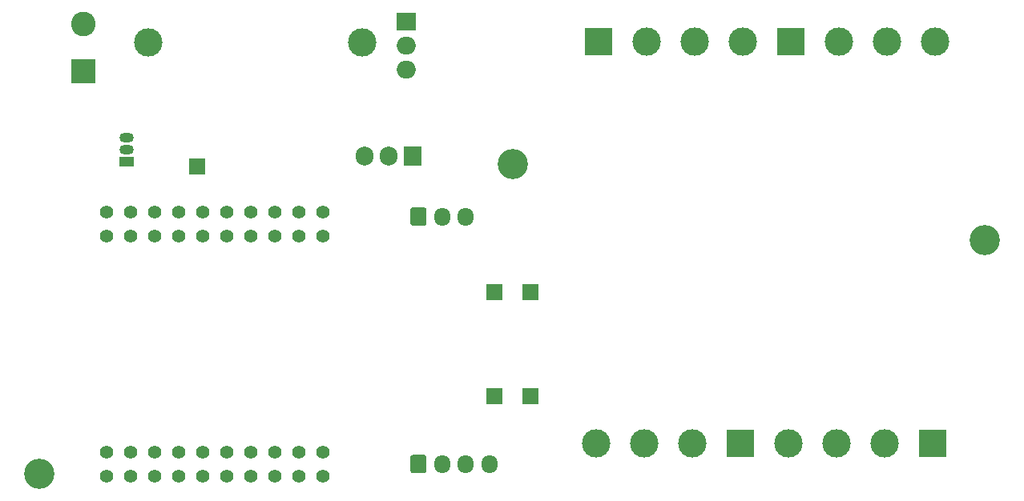
<source format=gbs>
G04 #@! TF.GenerationSoftware,KiCad,Pcbnew,5.1.11-e4df9d881f~92~ubuntu20.04.1*
G04 #@! TF.CreationDate,2021-11-03T00:14:50+01:00*
G04 #@! TF.ProjectId,CC dimmer low voltage,43432064-696d-46d6-9572-206c6f772076,0.97*
G04 #@! TF.SameCoordinates,Original*
G04 #@! TF.FileFunction,Soldermask,Bot*
G04 #@! TF.FilePolarity,Negative*
%FSLAX46Y46*%
G04 Gerber Fmt 4.6, Leading zero omitted, Abs format (unit mm)*
G04 Created by KiCad (PCBNEW 5.1.11-e4df9d881f~92~ubuntu20.04.1) date 2021-11-03 00:14:50*
%MOMM*%
%LPD*%
G01*
G04 APERTURE LIST*
%ADD10C,3.000000*%
%ADD11R,1.700000X1.700000*%
%ADD12C,3.200000*%
%ADD13O,1.700000X1.950000*%
%ADD14O,2.000000X1.905000*%
%ADD15R,2.000000X1.905000*%
%ADD16O,1.500000X1.050000*%
%ADD17R,1.500000X1.050000*%
%ADD18R,1.905000X2.000000*%
%ADD19O,1.905000X2.000000*%
%ADD20R,2.600000X2.600000*%
%ADD21C,2.600000*%
%ADD22R,3.000000X3.000000*%
%ADD23C,1.400000*%
G04 APERTURE END LIST*
D10*
X143281400Y-58242200D03*
X120681400Y-58242200D03*
D11*
X161023300Y-95645000D03*
X161023300Y-84645000D03*
D12*
X159202000Y-71145000D03*
X109169200Y-103886000D03*
X209016600Y-79121000D03*
G36*
G01*
X148352000Y-77382200D02*
X148352000Y-75932200D01*
G75*
G02*
X148602000Y-75682200I250000J0D01*
G01*
X149802000Y-75682200D01*
G75*
G02*
X150052000Y-75932200I0J-250000D01*
G01*
X150052000Y-77382200D01*
G75*
G02*
X149802000Y-77632200I-250000J0D01*
G01*
X148602000Y-77632200D01*
G75*
G02*
X148352000Y-77382200I0J250000D01*
G01*
G37*
D13*
X151702000Y-76657200D03*
X154202000Y-76657200D03*
G36*
G01*
X148352000Y-103569600D02*
X148352000Y-102119600D01*
G75*
G02*
X148602000Y-101869600I250000J0D01*
G01*
X149802000Y-101869600D01*
G75*
G02*
X150052000Y-102119600I0J-250000D01*
G01*
X150052000Y-103569600D01*
G75*
G02*
X149802000Y-103819600I-250000J0D01*
G01*
X148602000Y-103819600D01*
G75*
G02*
X148352000Y-103569600I0J250000D01*
G01*
G37*
X151702000Y-102844600D03*
X154202000Y-102844600D03*
X156702000Y-102844600D03*
D11*
X157202000Y-84645000D03*
X157202000Y-95645000D03*
X125780800Y-71374000D03*
D14*
X147904200Y-61087000D03*
X147904200Y-58547000D03*
D15*
X147904200Y-56007000D03*
D16*
X118389400Y-69596000D03*
X118389400Y-68326000D03*
D17*
X118389400Y-70866000D03*
D18*
X148590000Y-70281800D03*
D19*
X146050000Y-70281800D03*
X143510000Y-70281800D03*
D20*
X113792000Y-61290200D03*
D21*
X113792000Y-56290200D03*
D10*
X183442000Y-58145000D03*
D22*
X168202000Y-58145000D03*
D10*
X178362000Y-58145000D03*
X173282000Y-58145000D03*
X193632000Y-58145000D03*
X198712000Y-58145000D03*
D22*
X188552000Y-58145000D03*
D10*
X203792000Y-58145000D03*
X188312000Y-100645000D03*
D22*
X203552000Y-100645000D03*
D10*
X193392000Y-100645000D03*
X198472000Y-100645000D03*
X178122000Y-100645000D03*
X173042000Y-100645000D03*
D22*
X183202000Y-100645000D03*
D10*
X167962000Y-100645000D03*
D23*
X116272000Y-101625000D03*
X116272000Y-104165000D03*
X118812000Y-104165000D03*
X118812000Y-101625000D03*
X121352000Y-104165000D03*
X121352000Y-101625000D03*
X123892000Y-104165000D03*
X123892000Y-101625000D03*
X126432000Y-104165000D03*
X126432000Y-101625000D03*
X128972000Y-104165000D03*
X128972000Y-101625000D03*
X131512000Y-104165000D03*
X131512000Y-101625000D03*
X134052000Y-104165000D03*
X134052000Y-101625000D03*
X136592000Y-104165000D03*
X136592000Y-101625000D03*
X139132000Y-104165000D03*
X139132000Y-101625000D03*
X116272000Y-78765000D03*
X116272000Y-76225000D03*
X118812000Y-78765000D03*
X118812000Y-76225000D03*
X121352000Y-78765000D03*
X121352000Y-76225000D03*
X123892000Y-78765000D03*
X123892000Y-76225000D03*
X126432000Y-78765000D03*
X126432000Y-76225000D03*
X128972000Y-78765000D03*
X128972000Y-76225000D03*
X131512000Y-78765000D03*
X131512000Y-76225000D03*
X134052000Y-78765000D03*
X134052000Y-76225000D03*
X136592000Y-78765000D03*
X136592000Y-76225000D03*
X139132000Y-78765000D03*
X139132000Y-76225000D03*
M02*

</source>
